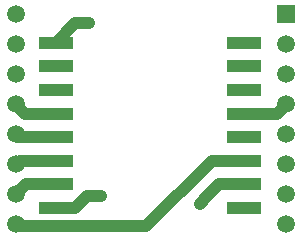
<source format=gbr>
G04 DipTrace 3.0.0.2*
G04 Top.gbr*
%MOIN*%
G04 #@! TF.FileFunction,Copper,L1,Top*
G04 #@! TF.Part,Single*
G04 #@! TA.AperFunction,Conductor*
%ADD13C,0.03937*%
G04 #@! TA.AperFunction,ComponentPad*
%ADD16C,0.059055*%
%ADD17R,0.059055X0.059055*%
%ADD18R,0.11811X0.03937*%
G04 #@! TA.AperFunction,ViaPad*
%ADD19C,0.04*%
%FSLAX26Y26*%
G04*
G70*
G90*
G75*
G01*
G04 Top*
%LPD*%
X1201496Y653858D2*
D13*
X1092441D1*
X873543Y434961D1*
X440079D1*
Y441654D1*
X1340079Y841654D2*
X1309764Y811339D1*
X1201496D1*
X440079Y541654D2*
X473543Y575118D1*
X571575D1*
X440079Y641654D2*
X452283Y653858D1*
X571575D1*
X440079Y741654D2*
X449134Y732598D1*
X571575D1*
X440079Y841654D2*
X470394Y811339D1*
X571575D1*
Y1047559D2*
X636929Y1112913D1*
X1077874Y535354D2*
X1117638Y575118D1*
X1201496D1*
X571575Y496378D2*
X635354D1*
X676693Y537717D1*
X636929Y1112913D2*
X681811D1*
X1077874Y535354D2*
X1052677Y510157D1*
Y509764D1*
X676693Y537717D2*
X724331D1*
Y537323D1*
D19*
X636929Y1112913D3*
X676693Y537717D3*
X1077874Y535354D3*
X681811Y1112913D3*
X724331Y537323D3*
X1052677Y509764D3*
D16*
X440079Y441654D3*
Y541654D3*
Y641654D3*
Y741654D3*
Y841654D3*
Y941654D3*
Y1041654D3*
Y1141654D3*
D17*
X1340079D3*
D16*
Y1041654D3*
Y941654D3*
Y841654D3*
Y741654D3*
Y641654D3*
Y541654D3*
Y441654D3*
D18*
X571575Y1047559D3*
X1201496Y968819D3*
Y890079D3*
Y811339D3*
Y732598D3*
Y653858D3*
Y575118D3*
Y496378D3*
Y1047559D3*
X571575Y968819D3*
Y890079D3*
Y811339D3*
Y732598D3*
Y653858D3*
Y575118D3*
Y496378D3*
M02*

</source>
